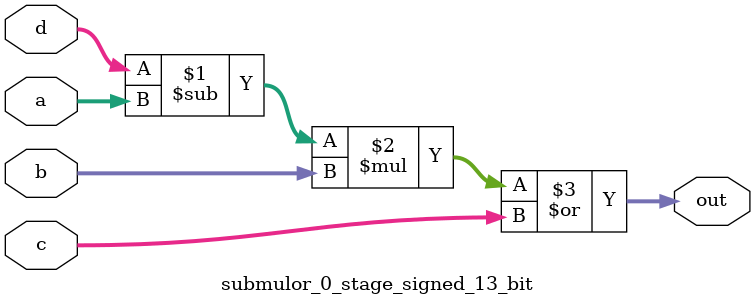
<source format=sv>
(* use_dsp = "yes" *) module submulor_0_stage_signed_13_bit(
	input signed [12:0] a,
	input signed [12:0] b,
	input signed [12:0] c,
	input signed [12:0] d,
	output [12:0] out
	);

	assign out = ((d - a) * b) | c;
endmodule

</source>
